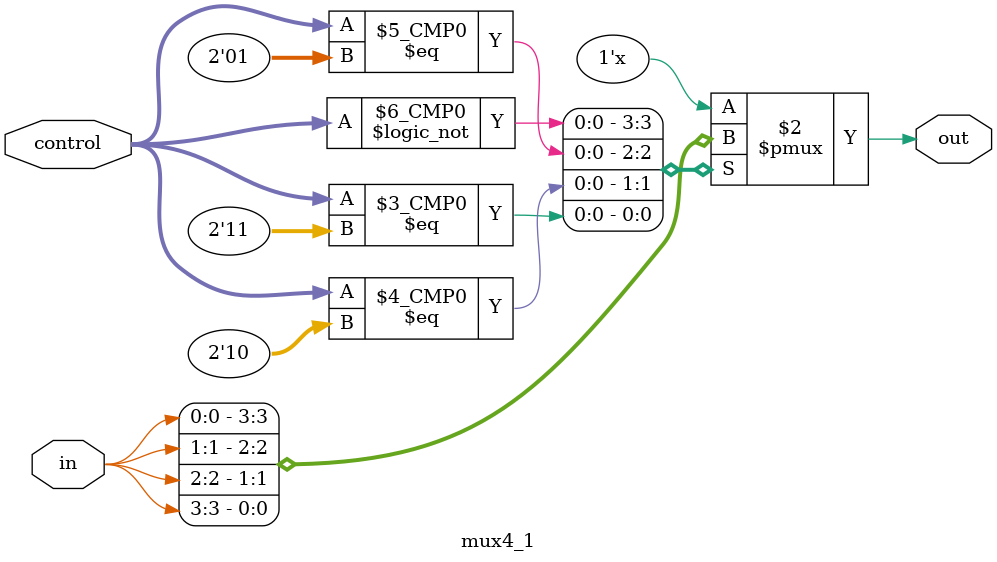
<source format=v>
module mux4_1 (out, in, control);
	input [3:0] in;
	input [1:0] control;
	output reg out;

	// Case statement for mux output
	always @(*) begin
		case (control)
			2'b00 : out = in[0];
			2'b01 : out = in[1];
			2'b10 : out = in[2];
			2'b11 : out = in[3];
			default : out = 1'bx;
		endcase
	end

endmodule

</source>
